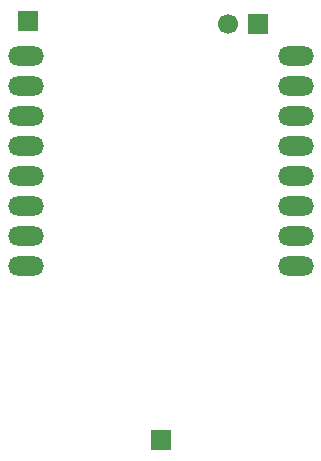
<source format=gbr>
%TF.GenerationSoftware,KiCad,Pcbnew,9.0.6*%
%TF.CreationDate,2025-12-01T19:29:46+01:00*%
%TF.ProjectId,_SSDV,b5535344-562e-46b6-9963-61645f706362,0.1*%
%TF.SameCoordinates,Original*%
%TF.FileFunction,Soldermask,Bot*%
%TF.FilePolarity,Negative*%
%FSLAX46Y46*%
G04 Gerber Fmt 4.6, Leading zero omitted, Abs format (unit mm)*
G04 Created by KiCad (PCBNEW 9.0.6) date 2025-12-01 19:29:46*
%MOMM*%
%LPD*%
G01*
G04 APERTURE LIST*
%ADD10R,1.700000X1.700000*%
%ADD11C,1.700000*%
%ADD12O,3.048800X1.626400*%
G04 APERTURE END LIST*
D10*
%TO.C,ANT1*%
X82000000Y-45000000D03*
%TD*%
%TO.C,J1*%
X101525000Y-45250000D03*
D11*
X98985000Y-45250000D03*
%TD*%
D12*
%TO.C,U1*%
X81820000Y-47978500D03*
X81820000Y-50518500D03*
X81820000Y-53058500D03*
X81820000Y-55598500D03*
X81820000Y-58138500D03*
X81820000Y-60678500D03*
X81820000Y-63218500D03*
X81820000Y-65758500D03*
X104680000Y-65758500D03*
X104680000Y-63218500D03*
X104680000Y-60678500D03*
X104680000Y-58138500D03*
X104680000Y-55598500D03*
X104680000Y-53058500D03*
X104680000Y-50518500D03*
X104680000Y-47978500D03*
%TD*%
D10*
%TO.C,ANT2*%
X93250000Y-80500000D03*
%TD*%
M02*

</source>
